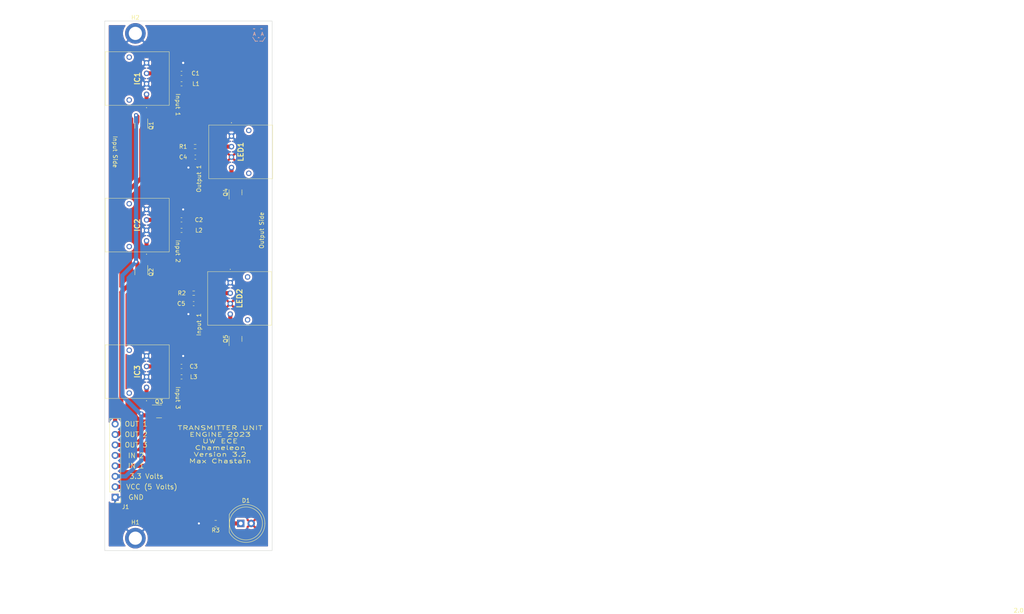
<source format=kicad_pcb>
(kicad_pcb (version 20211014) (generator pcbnew)
  (layers (0 "F.Cu" signal) (31 "B.Cu" signal) (34 "B.Paste" user) (35 "F.Paste" user) (36 "B.SilkS" user "B.Silkscreen") (37 "F.SilkS" user "F.Silkscreen") (38 "B.Mask" user) (39 "F.Mask" user) (44 "Edge.Cuts" user))
  (net 0 "")
  (net 1 "Net-(C1-Pad1)")
  (net 2 "GND")
  (net 3 "Net-(C2-Pad1)")
  (net 4 "Net-(C3-Pad1)")
  (net 5 "Net-(LED1-Pad2)")
  (net 6 "Net-(LED2-Pad2)")
  (net 7 "VCC")
  (net 8 "Net-(D1-Pad1)")
  (net 13 "Net-(IC1-Pad1)")
  (net 14 "Net-(IC2-Pad1)")
  (net 15 "Net-(IC3-Pad1)")
  (net 16 "+3.3V")
  (net 17 "/IN 1")
  (net 18 "/IN 2")
  (net 19 "/OUT 3")
  (net 20 "/OUT 2")
  (net 21 "/OUT 1")
  (net 22 "Net-(LED1-Pad4)")
  (net 23 "Net-(LED2-Pad4)")
  (footprint "Resistor_SMD:R_0603_1608Metric_Pad0.98x0.95mm_HandSolder" (layer "F.Cu") (at 71.9475 80.48)
    (fp_text reference "R1" (at -2.8975 0) (layer "F.SilkS"))
    (fp_text value "5.6k")
    (fp_line (start -0.254724 0.5225) (end 0.254724 0.5225) (layer "F.SilkS") (width 0.12))
    (fp_line (start -0.254724 -0.5225) (end 0.254724 -0.5225) (layer "F.SilkS") (width 0.12))
    (pad "1" smd roundrect (at -0.9125 0) (size 0.975 0.95) (layers "F.Cu" "F.Paste" "F.Mask") (net 7 "VCC"))
    (pad "2" smd roundrect (at 0.9125 0) (size 0.975 0.95) (layers "F.Cu" "F.Paste" "F.Mask") (net 5 "Net-(LED1-Pad2)"))
  )
  (footprint "Connector_PinHeader_2.54mm:PinHeader_1x08_P2.54mm_Vertical" (layer "F.Cu") (at 52.54 165.57 180)
    (fp_text reference "J1" (at -2.54 -2.33) (layer "F.SilkS"))
    (fp_text value "Conn_01x08_Male")
    (fp_line (start -1.33 0) (end -1.33 -1.33) (layer "F.SilkS") (width 0.12))
    (fp_line (start -1.33 1.27) (end 1.33 1.27) (layer "F.SilkS") (width 0.12))
    (fp_line (start 1.33 1.27) (end 1.33 19.11) (layer "F.SilkS") (width 0.12))
    (fp_line (start -1.33 -1.33) (end 0 -1.33) (layer "F.SilkS") (width 0.12))
    (fp_line (start -1.33 19.11) (end 1.33 19.11) (layer "F.SilkS") (width 0.12))
    (fp_line (start -1.33 1.27) (end -1.33 19.11) (layer "F.SilkS") (width 0.12))
    (pad "1" thru_hole rect (at 0 0 180) (size 1.7 1.7) (drill 1) (layers *.Cu *.Mask) (net 2 "GND"))
    (pad "2" thru_hole oval (at 0 2.54 180) (size 1.7 1.7) (drill 1) (layers *.Cu *.Mask) (net 7 "VCC"))
    (pad "3" thru_hole oval (at 0 5.08 180) (size 1.7 1.7) (drill 1) (layers *.Cu *.Mask) (net 16 "+3.3V"))
    (pad "4" thru_hole oval (at 0 7.62 180) (size 1.7 1.7) (drill 1) (layers *.Cu *.Mask) (net 17 "/IN 1"))
    (pad "5" thru_hole oval (at 0 10.16 180) (size 1.7 1.7) (drill 1) (layers *.Cu *.Mask) (net 18 "/IN 2"))
    (pad "6" thru_hole oval (at 0 12.7 180) (size 1.7 1.7) (drill 1) (layers *.Cu *.Mask) (net 19 "/OUT 3"))
    (pad "7" thru_hole oval (at 0 15.24 180) (size 1.7 1.7) (drill 1) (layers *.Cu *.Mask) (net 20 "/OUT 2"))
    (pad "8" thru_hole oval (at 0 17.78 180) (size 1.7 1.7) (drill 1) (layers *.Cu *.Mask) (net 21 "/OUT 1"))
  )
  (footprint "Capacitor_SMD:C_0603_1608Metric_Pad1.08x0.95mm_HandSolder" (layer "F.Cu") (at 71.59 118.58)
    (fp_text reference "C5" (at -3.01 0) (layer "F.SilkS"))
    (fp_text value "0.1u")
    (fp_line (start -0.146267 -0.51) (end 0.146267 -0.51) (layer "F.SilkS") (width 0.12))
    (fp_line (start -0.146267 0.51) (end 0.146267 0.51) (layer "F.SilkS") (width 0.12))
    (pad "1" smd roundrect (at -0.8625 0) (size 1.075 0.95) (layers "F.Cu" "F.Paste" "F.Mask") (net 2 "GND"))
    (pad "2" smd roundrect (at 0.8625 0) (size 1.075 0.95) (layers "F.Cu" "F.Paste" "F.Mask") (net 7 "VCC"))
  )
  (footprint "Inductor_SMD:L_0603_1608Metric_Pad1.05x0.95mm_HandSolder" (layer "F.Cu") (at 68.655 65.24 180)
    (fp_text reference "L1" (at -3.485 0) (layer "F.SilkS"))
    (fp_text value "47u")
    (fp_line (start -0.171267 0.51) (end 0.171267 0.51) (layer "F.SilkS") (width 0.12))
    (fp_line (start -0.171267 -0.51) (end 0.171267 -0.51) (layer "F.SilkS") (width 0.12))
    (pad "1" smd roundrect (at -0.875 0 180) (size 1.05 0.95) (layers "F.Cu" "F.Paste" "F.Mask") (net 7 "VCC"))
    (pad "2" smd roundrect (at 0.875 0 180) (size 1.05 0.95) (layers "F.Cu" "F.Paste" "F.Mask") (net 1 "Net-(C1-Pad1)"))
  )
  (footprint "TOTX and TORX:TOTX1950AF" (layer "F.Cu") (at 80.77 85.56 -90)
    (fp_text reference "LED1" (at -3.81 -2.25 90) (layer "F.SilkS") (effects (font (size 1.27 1.27) (thickness 0.254))))
    (fp_text value "TOTX1950A_F_" hide)
    (fp_line (start -10.92 0) (end -10.92 0) (layer "F.SilkS") (width 0.1))
    (fp_line (start -10.31 5.5) (end -10.31 -10) (layer "F.SilkS") (width 0.1))
    (fp_line (start -10.82 0) (end -10.82 0) (layer "F.SilkS") (width 0.1))
    (fp_line (start 2.69 -10) (end 2.69 5.5) (layer "F.SilkS") (width 0.1))
    (fp_line (start 2.69 5.5) (end -10.31 5.5) (layer "F.SilkS") (width 0.1))
    (fp_line (start -10.31 -10) (end 2.69 -10) (layer "F.SilkS") (width 0.1))
    (fp_arc (start -10.92 0) (mid -10.87 -0.05) (end -10.82 0) (layer "F.SilkS") (width 0.1))
    (fp_arc (start -10.82 0) (mid -10.87 0.05) (end -10.92 0) (layer "F.SilkS") (width 0.1))
    (pad "1" thru_hole circle (at -7.62 0 270) (size 1.303 1.303) (drill 0.76) (layers *.Cu *.Mask) (net 2 "GND"))
    (pad "2" thru_hole circle (at -5.08 0 270) (size 1.303 1.303) (drill 0.76) (layers *.Cu *.Mask) (net 5 "Net-(LED1-Pad2)"))
    (pad "3" thru_hole circle (at -2.54 0 270) (size 1.303 1.303) (drill 0.76) (layers *.Cu *.Mask) (net 7 "VCC"))
    (pad "4" thru_hole circle (at 0 0 270) (size 1.303 1.303) (drill 0.76) (layers *.Cu *.Mask) (net 22 "Net-(LED1-Pad4)"))
    (pad "5" thru_hole circle (at 1.39 -4.2 270) (size 1.3 1.3) (drill 0.8) (layers *.Cu *.Mask))
    (pad "6" thru_hole circle (at -9.01 -4.2 270) (size 1.3 1.3) (drill 0.8) (layers *.Cu *.Mask))
  )
  (footprint "Package_TO_SOT_SMD:SOT-23" (layer "F.Cu") (at 58.89 75.4 -90)
    (fp_text reference "Q1" (at 0 -2.4 90) (layer "F.SilkS"))
    (fp_text value "BSS138")
    (fp_line (start 0 -1.56) (end 0.65 -1.56) (layer "F.SilkS") (width 0.12))
    (fp_line (start 0 -1.56) (end -1.675 -1.56) (layer "F.SilkS") (width 0.12))
    (fp_line (start 0 1.56) (end 0.65 1.56) (layer "F.SilkS") (width 0.12))
    (fp_line (start 0 1.56) (end -0.65 1.56) (layer "F.SilkS") (width 0.12))
    (pad "1" smd roundrect (at -0.9375 -0.95 270) (size 1.475 0.6) (layers "F.Cu" "F.Paste" "F.Mask") (net 13 "Net-(IC1-Pad1)"))
    (pad "2" smd roundrect (at -0.9375 0.95 270) (size 1.475 0.6) (layers "F.Cu" "F.Paste" "F.Mask") (net 16 "+3.3V"))
    (pad "3" smd roundrect (at 0.9375 0 270) (size 1.475 0.6) (layers "F.Cu" "F.Paste" "F.Mask") (net 21 "/OUT 1"))
  )
  (footprint "TOTX and TORX:TORX1950AF" (layer "F.Cu") (at 60.16 67.78 90)
    (fp_text reference "IC1" (at 3.81 -2.25 90) (layer "F.SilkS") (effects (font (size 1.27 1.27) (thickness 0.254))))
    (fp_text value "TORX1950A_F_" hide)
    (fp_line (start -2.69 -10) (end 10.31 -10) (layer "F.SilkS") (width 0.1))
    (fp_line (start -2.69 5.5) (end -2.69 -10) (layer "F.SilkS") (width 0.1))
    (fp_line (start -3.3 0) (end -3.3 0) (layer "F.SilkS") (width 0.1))
    (fp_line (start -3.2 0) (end -3.2 0) (layer "F.SilkS") (width 0.1))
    (fp_line (start 10.31 5.5) (end -2.69 5.5) (layer "F.SilkS") (width 0.1))
    (fp_line (start 10.31 -10) (end 10.31 5.5) (layer "F.SilkS") (width 0.1))
    (fp_arc (start -3.2 0) (mid -3.25 0.05) (end -3.3 0) (layer "F.SilkS") (width 0.1))
    (fp_arc (start -3.3 0) (mid -3.25 -0.05) (end -3.2 0) (layer "F.SilkS") (width 0.1))
    (pad "1" thru_hole circle (at 0 0 90) (size 1.303 1.303) (drill 0.76) (layers *.Cu *.Mask) (net 13 "Net-(IC1-Pad1)"))
    (pad "2" thru_hole circle (at 2.54 0 90) (size 1.303 1.303) (drill 0.76) (layers *.Cu *.Mask) (net 2 "GND"))
    (pad "3" thru_hole circle (at 5.08 0 90) (size 1.303 1.303) (drill 0.76) (layers *.Cu *.Mask) (net 1 "Net-(C1-Pad1)"))
    (pad "4" thru_hole circle (at 7.62 0 90) (size 1.303 1.303) (drill 0.76) (layers *.Cu *.Mask) (net 2 "GND"))
    (pad "5" thru_hole circle (at 9.01 -4.2 90) (size 1.3 1.3) (drill 0.8) (layers *.Cu *.Mask))
    (pad "6" thru_hole circle (at -1.39 -4.2 90) (size 1.3 1.3) (drill 0.8) (layers *.Cu *.Mask))
  )
  (footprint "Resistor_SMD:R_0603_1608Metric_Pad0.98x0.95mm_HandSolder" (layer "F.Cu") (at 71.61 116.04)
    (fp_text reference "R2" (at -2.8975 0) (layer "F.SilkS"))
    (fp_text value "5.6k")
    (fp_line (start -0.254724 0.5225) (end 0.254724 0.5225) (layer "F.SilkS") (width 0.12))
    (fp_line (start -0.254724 -0.5225) (end 0.254724 -0.5225) (layer "F.SilkS") (width 0.12))
    (pad "1" smd roundrect (at -0.9125 0) (size 0.975 0.95) (layers "F.Cu" "F.Paste" "F.Mask") (net 7 "VCC"))
    (pad "2" smd roundrect (at 0.9125 0) (size 0.975 0.95) (layers "F.Cu" "F.Paste" "F.Mask") (net 6 "Net-(LED2-Pad2)"))
  )
  (footprint "Capacitor_SMD:C_0603_1608Metric_Pad1.08x0.95mm_HandSolder" (layer "F.Cu") (at 71.9975 83.02)
    (fp_text reference "C4" (at -2.9475 0) (layer "F.SilkS"))
    (fp_text value "0.1u")
    (fp_line (start -0.146267 0.51) (end 0.146267 0.51) (layer "F.SilkS") (width 0.12))
    (fp_line (start -0.146267 -0.51) (end 0.146267 -0.51) (layer "F.SilkS") (width 0.12))
    (pad "1" smd roundrect (at -0.8625 0) (size 1.075 0.95) (layers "F.Cu" "F.Paste" "F.Mask") (net 2 "GND"))
    (pad "2" smd roundrect (at 0.8625 0) (size 1.075 0.95) (layers "F.Cu" "F.Paste" "F.Mask") (net 7 "VCC"))
  )
  (footprint "Resistor_SMD:R_0805_2012Metric_Pad1.20x1.40mm_HandSolder" (layer "F.Cu") (at 76.94 171.92 180)
    (fp_text reference "R3" (at 0 -1.65) (layer "F.SilkS"))
    (fp_text value "10k")
    (fp_line (start -0.227064 0.735) (end 0.227064 0.735) (layer "F.SilkS") (width 0.12))
    (fp_line (start -0.227064 -0.735) (end 0.227064 -0.735) (layer "F.SilkS") (width 0.12))
    (pad "1" smd roundrect (at -1 0 180) (size 1.2 1.4) (layers "F.Cu" "F.Paste" "F.Mask") (roundrect_rratio 0.208333) (net 8 "Net-(D1-Pad1)"))
    (pad "2" smd roundrect (at 1 0 180) (size 1.2 1.4) (layers "F.Cu" "F.Paste" "F.Mask") (roundrect_rratio 0.208333) (net 2 "GND"))
  )
  (footprint "Capacitor_SMD:C_0603_1608Metric_Pad1.08x0.95mm_HandSolder" (layer "F.Cu") (at 68.6425 98.26)
    (fp_text reference "C2" (at 4.2175 0) (layer "F.SilkS"))
    (fp_text value "0.1u")
    (fp_line (start -0.146267 0.51) (end 0.146267 0.51) (layer "F.SilkS") (width 0.12))
    (fp_line (start -0.146267 -0.51) (end 0.146267 -0.51) (layer "F.SilkS") (width 0.12))
    (pad "1" smd roundrect (at -0.8625 0) (size 1.075 0.95) (layers "F.Cu" "F.Paste" "F.Mask") (net 3 "Net-(C2-Pad1)"))
    (pad "2" smd roundrect (at 0.8625 0) (size 1.075 0.95) (layers "F.Cu" "F.Paste" "F.Mask") (net 2 "GND"))
  )
  (footprint "Inductor_SMD:L_0603_1608Metric_Pad1.05x0.95mm_HandSolder" (layer "F.Cu") (at 68.655 136.36 180)
    (fp_text reference "L3" (at -2.935 0) (layer "F.SilkS"))
    (fp_text value "47u")
    (fp_line (start -0.171267 0.51) (end 0.171267 0.51) (layer "F.SilkS") (width 0.12))
    (fp_line (start -0.171267 -0.51) (end 0.171267 -0.51) (layer "F.SilkS") (width 0.12))
    (pad "1" smd roundrect (at -0.875 0 180) (size 1.05 0.95) (layers "F.Cu" "F.Paste" "F.Mask") (net 7 "VCC"))
    (pad "2" smd roundrect (at 0.875 0 180) (size 1.05 0.95) (layers "F.Cu" "F.Paste" "F.Mask") (net 4 "Net-(C3-Pad1)"))
  )
  (footprint "TOTX and TORX:TORX1950AF" (layer "F.Cu") (at 60.16 138.9 90)
    (fp_text reference "IC3" (at 3.81 -2.25 90) (layer "F.SilkS") (effects (font (size 1.27 1.27) (thickness 0.254))))
    (fp_text value "TORX1950A_F_" hide)
    (fp_line (start -3.2 0) (end -3.2 0) (layer "F.SilkS") (width 0.1))
    (fp_line (start -2.69 5.5) (end -2.69 -10) (layer "F.SilkS") (width 0.1))
    (fp_line (start -3.3 0) (end -3.3 0) (layer "F.SilkS") (width 0.1))
    (fp_line (start 10.31 5.5) (end -2.69 5.5) (layer "F.SilkS") (width 0.1))
    (fp_line (start 10.31 -10) (end 10.31 5.5) (layer "F.SilkS") (width 0.1))
    (fp_line (start -2.69 -10) (end 10.31 -10) (layer "F.SilkS") (width 0.1))
    (fp_arc (start -3.2 0) (mid -3.25 0.05) (end -3.3 0) (layer "F.SilkS") (width 0.1))
    (fp_arc (start -3.3 0) (mid -3.25 -0.05) (end -3.2 0) (layer "F.SilkS") (width 0.1))
    (pad "1" thru_hole circle (at 0 0 90) (size 1.303 1.303) (drill 0.76) (layers *.Cu *.Mask) (net 15 "Net-(IC3-Pad1)"))
    (pad "2" thru_hole circle (at 2.54 0 90) (size 1.303 1.303) (drill 0.76) (layers *.Cu *.Mask) (net 2 "GND"))
    (pad "3" thru_hole circle (at 5.08 0 90) (size 1.303 1.303) (drill 0.76) (layers *.Cu *.Mask) (net 4 "Net-(C3-Pad1)"))
    (pad "4" thru_hole circle (at 7.62 0 90) (size 1.303 1.303) (drill 0.76) (layers *.Cu *.Mask) (net 2 "GND"))
    (pad "5" thru_hole circle (at 9.01 -4.2 90) (size 1.3 1.3) (drill 0.8) (layers *.Cu *.Mask))
    (pad "6" thru_hole circle (at -1.39 -4.2 90) (size 1.3 1.3) (drill 0.8) (layers *.Cu *.Mask))
  )
  (footprint "TOTX and TORX:TOTX1950AF" (layer "F.Cu") (at 80.48 121.12 -90)
    (fp_text reference "LED2" (at -3.81 -2.25 90) (layer "F.SilkS") (effects (font (size 1.27 1.27) (thickness 0.254))))
    (fp_text value "TOTX1950A_F_" hide)
    (fp_line (start 2.69 -10) (end 2.69 5.5) (layer "F.SilkS") (width 0.1))
    (fp_line (start -10.31 5.5) (end -10.31 -10) (layer "F.SilkS") (width 0.1))
    (fp_line (start -10.82 0) (end -10.82 0) (layer "F.SilkS") (width 0.1))
    (fp_line (start 2.69 5.5) (end -10.31 5.5) (layer "F.SilkS") (width 0.1))
    (fp_line (start -10.31 -10) (end 2.69 -10) (layer "F.SilkS") (width 0.1))
    (fp_line (start -10.92 0) (end -10.92 0) (layer "F.SilkS") (width 0.1))
    (fp_arc (start -10.82 0) (mid -10.87 0.05) (end -10.92 0) (layer "F.SilkS") (width 0.1))
    (fp_arc (start -10.92 0) (mid -10.87 -0.05) (end -10.82 0) (layer "F.SilkS") (width 0.1))
    (pad "1" thru_hole circle (at -7.62 0 270) (size 1.303 1.303) (drill 0.76) (layers *.Cu *.Mask) (net 2 "GND"))
    (pad "2" thru_hole circle (at -5.08 0 270) (size 1.303 1.303) (drill 0.76) (layers *.Cu *.Mask) (net 6 "Net-(LED2-Pad2)"))
    (pad "3" thru_hole circle (at -2.54 0 270) (size 1.303 1.303) (drill 0.76) (layers *.Cu *.Mask) (net 7 "VCC"))
    (pad "4" thru_hole circle (at 0 0 270) (size 1.303 1.303) (drill 0.76) (layers *.Cu *.Mask) (net 23 "Net-(LED2-Pad4)"))
    (pad "5" thru_hole circle (at 1.39 -4.2 270) (size 1.3 1.3) (drill 0.8) (layers *.Cu *.Mask))
    (pad "6" thru_hole circle (at -9.01 -4.2 270) (size 1.3 1.3) (drill 0.8) (layers *.Cu *.Mask))
  )
  (footprint "TOTX and TORX:TORX1950AF" (layer "F.Cu") (at 60.16 103.34 90)
    (fp_text reference "IC2" (at 3.81 -2.25 90) (layer "F.SilkS") (effects (font (size 1.27 1.27) (thickness 0.254))))
    (fp_text value "TORX1950A_F_" hide)
    (fp_line (start 10.31 5.5) (end -2.69 5.5) (layer "F.SilkS") (width 0.1))
    (fp_line (start 10.31 -10) (end 10.31 5.5) (layer "F.SilkS") (width 0.1))
    (fp_line (start -3.2 0) (end -3.2 0) (layer "F.SilkS") (width 0.1))
    (fp_line (start -2.69 5.5) (end -2.69 -10) (layer "F.SilkS") (width 0.1))
    (fp_line (start -2.69 -10) (end 10.31 -10) (layer "F.SilkS") (width 0.1))
    (fp_line (start -3.3 0) (end -3.3 0) (layer "F.SilkS") (width 0.1))
    (fp_arc (start -3.2 0) (mid -3.25 0.05) (end -3.3 0) (layer "F.SilkS") (width 0.1))
    (fp_arc (start -3.3 0) (mid -3.25 -0.05) (end -3.2 0) (layer "F.SilkS") (width 0.1))
    (pad "1" thru_hole circle (at 0 0 90) (size 1.303 1.303) (drill 0.76) (layers *.Cu *.Mask) (net 14 "Net-(IC2-Pad1)"))
    (pad "2" thru_hole circle (at 2.54 0 90) (size 1.303 1.303) (drill 0.76) (layers *.Cu *.Mask) (net 2 "GND"))
    (pad "3" thru_hole circle (at 5.08 0 90) (size 1.303 1.303) (drill 0.76) (layers *.Cu *.Mask) (net 3 "Net-(C2-Pad1)"))
    (pad "4" thru_hole circle (at 7.62 0 90) (size 1.303 1.303) (drill 0.76) (layers *.Cu *.Mask) (net 2 "GND"))
    (pad "5" thru_hole circle (at 9.01 -4.2 90) (size 1.3 1.3) (drill 0.8) (layers *.Cu *.Mask))
    (pad "6" thru_hole circle (at -1.39 -4.2 90) (size 1.3 1.3) (drill 0.8) (layers *.Cu *.Mask))
  )
  (footprint "MountingHole:MountingHole_3.2mm_M3_ISO7380_Pad" (layer "F.Cu") (at 57.45 53)
    (fp_text reference "H2" (at 0 -3.85) (layer "F.SilkS"))
    (fp_text value "MountingHole_Pad")
    (pad "1" thru_hole circle (at 0 0) (size 5 5) (drill 3.2) (layers *.Cu *.Mask) (net 2 "GND"))
  )
  (footprint "Package_TO_SOT_SMD:SOT-23" (layer "F.Cu") (at 63.195 144.7375)
    (fp_text reference "Q3" (at 0 -2.4) (layer "F.SilkS"))
    (fp_text value "BSS138")
    (fp_line (start 0 -1.56) (end 0.65 -1.56) (layer "F.SilkS") (width 0.12))
    (fp_line (start 0 1.56) (end -0.65 1.56) (layer "F.SilkS") (width 0.12))
    (fp_line (start 0 1.56) (end 0.65 1.56) (layer "F.SilkS") (width 0.12))
    (fp_line (start 0 -1.56) (end -1.675 -1.56) (layer "F.SilkS") (width 0.12))
    (pad "1" smd roundrect (at -0.9375 -0.95) (size 1.475 0.6) (layers "F.Cu" "F.Paste" "F.Mask") (net 15 "Net-(IC3-Pad1)"))
    (pad "2" smd roundrect (at -0.9375 0.95) (size 1.475 0.6) (layers "F.Cu" "F.Paste" "F.Mask") (net 16 "+3.3V"))
    (pad "3" smd roundrect (at 0.9375 0) (size 1.475 0.6) (layers "F.Cu" "F.Paste" "F.Mask") (net 19 "/OUT 3"))
  )
  (footprint "Capacitor_SMD:C_0603_1608Metric_Pad1.08x0.95mm_HandSolder" (layer "F.Cu") (at 68.6425 62.7)
    (fp_text reference "C1" (at 3.4025 0) (layer "F.SilkS"))
    (fp_text value "0.1u")
    (fp_line (start -0.146267 -0.51) (end 0.146267 -0.51) (layer "F.SilkS") (width 0.12))
    (fp_line (start -0.146267 0.51) (end 0.146267 0.51) (layer "F.SilkS") (width 0.12))
    (pad "1" smd roundrect (at -0.8625 0) (size 1.075 0.95) (layers "F.Cu" "F.Paste" "F.Mask") (net 1 "Net-(C1-Pad1)"))
    (pad "2" smd roundrect (at 0.8625 0) (size 1.075 0.95) (layers "F.Cu" "F.Paste" "F.Mask") (net 2 "GND"))
  )
  (footprint "LED_THT:LED_D8.0mm" (layer "F.Cu") (at 83.02 171.92)
    (fp_text reference "D1" (at 1.27 -5.56) (layer "F.SilkS"))
    (fp_text value "LED")
    (fp_line (start -2.79 -2.142) (end -2.79 2.142) (layer "F.SilkS") (width 0.12))
    (fp_arc (start -2.79 -2.141145) (mid 2.373119 -4.455472) (end 5.86 0.000486) (layer "F.SilkS") (width 0.12))
    (fp_arc (start 5.86 -0.000486) (mid 2.373119 4.455472) (end -2.79 2.141145) (layer "F.SilkS") (width 0.12))
    (fp_circle (center 1.27 0) (end 5.27 0) (layer "F.SilkS") (width 0.12) (fill none))
    (pad "1" thru_hole rect (at 0 0) (size 1.8 1.8) (drill 0.9) (layers *.Cu *.Mask) (net 8 "Net-(D1-Pad1)"))
    (pad "2" thru_hole circle (at 2.54 0) (size 1.8 1.8) (drill 0.9) (layers *.Cu *.Mask) (net 7 "VCC"))
  )
  (footprint "MountingHole:MountingHole_3.2mm_M3_ISO7380_Pad" (layer "F.Cu") (at 57.45 175.5)
    (fp_text reference "H1" (at 0 -3.85) (layer "F.SilkS"))
    (fp_text value "MountingHole_Pad")
    (pad "1" thru_hole circle (at 0 0) (size 5 5) (drill 3.2) (layers *.Cu *.Mask) (net 2 "GND"))
  )
  (footprint "Package_TO_SOT_SMD:SOT-23" (layer "F.Cu") (at 81.75 91.5775 90)
    (fp_text reference "Q4" (at 0 -2.4 90) (layer "F.SilkS"))
    (fp_text value "BSS138")
    (fp_line (start 0 -1.56) (end 0.65 -1.56) (layer "F.SilkS") (width 0.12))
    (fp_line (start 0 1.56) (end 0.65 1.56) (layer "F.SilkS") (width 0.12))
    (fp_line (start 0 -1.56) (end -1.675 -1.56) (layer "F.SilkS") (width 0.12))
    (fp_line (start 0 1.56) (end -0.65 1.56) (layer "F.SilkS") (width 0.12))
    (pad "1" smd roundrect (at -0.9375 -0.95 90) (size 1.475 0.6) (layers "F.Cu" "F.Paste" "F.Mask") (net 17 "/IN 1"))
    (pad "2" smd roundrect (at -0.9375 0.95 90) (size 1.475 0.6) (layers "F.Cu" "F.Paste" "F.Mask") (net 7 "VCC"))
    (pad "3" smd roundrect (at 0.9375 0 90) (size 1.475 0.6) (layers "F.Cu" "F.Paste" "F.Mask") (net 22 "Net-(LED1-Pad4)"))
  )
  (footprint "Inductor_SMD:L_0603_1608Metric_Pad1.05x0.95mm_HandSolder" (layer "F.Cu") (at 68.655 100.8 180)
    (fp_text reference "L2" (at -4.205 0) (layer "F.SilkS"))
    (fp_text value "47u")
    (fp_line (start -0.171267 -0.51) (end 0.171267 -0.51) (layer "F.SilkS") (width 0.12))
    (fp_line (start -0.171267 0.51) (end 0.171267 0.51) (layer "F.SilkS") (width 0.12))
    (pad "1" smd roundrect (at -0.875 0 180) (size 1.05 0.95) (layers "F.Cu" "F.Paste" "F.Mask") (net 7 "VCC"))
    (pad "2" smd roundrect (at 0.875 0 180) (size 1.05 0.95) (layers "F.Cu" "F.Paste" "F.Mask") (net 3 "Net-(C2-Pad1)"))
  )
  (footprint "Package_TO_SOT_SMD:SOT-23" (layer "F.Cu") (at 58.89 110.96 -90)
    (fp_text reference "Q2" (at 0 -2.4 90) (layer "F.SilkS"))
    (fp_text value "BSS138")
    (fp_line (start 0 -1.56) (end 0.65 -1.56) (layer "F.SilkS") (width 0.12))
    (fp_line (start 0 1.56) (end -0.65 1.56) (layer "F.SilkS") (width 0.12))
    (fp_line (start 0 -1.56) (end -1.675 -1.56) (layer "F.SilkS") (width 0.12))
    (fp_line (start 0 1.56) (end 0.65 1.56) (layer "F.SilkS") (width 0.12))
    (pad "1" smd roundrect (at -0.9375 -0.95 270) (size 1.475 0.6) (layers "F.Cu" "F.Paste" "F.Mask") (net 14 "Net-(IC2-Pad1)"))
    (pad "2" smd roundrect (at -0.9375 0.95 270) (size 1.475 0.6) (layers "F.Cu" "F.Paste" "F.Mask") (net 16 "+3.3V"))
    (pad "3" smd roundrect (at 0.9375 0 270) (size 1.475 0.6) (layers "F.Cu" "F.Paste" "F.Mask") (net 20 "/OUT 2"))
  )
  (footprint "Capacitor_SMD:C_0603_1608Metric_Pad1.08x0.95mm_HandSolder" (layer "F.Cu") (at 68.6425 133.82)
    (fp_text reference "C3" (at 2.9475 0) (layer "F.SilkS"))
    (fp_text value "0.1u")
    (fp_line (start -0.146267 -0.51) (end 0.146267 -0.51) (layer "F.SilkS") (width 0.12))
    (fp_line (start -0.146267 0.51) (end 0.146267 0.51) (layer "F.SilkS") (width 0.12))
    (pad "1" smd roundrect (at -0.8625 0) (size 1.075 0.95) (layers "F.Cu" "F.Paste" "F.Mask") (net 4 "Net-(C3-Pad1)"))
    (pad "2" smd roundrect (at 0.8625 0) (size 1.075 0.95) (layers "F.Cu" "F.Paste" "F.Mask") (net 2 "GND"))
  )
  (footprint "Package_TO_SOT_SMD:SOT-23" (layer "F.Cu") (at 81.75 127.1375 90)
    (fp_text reference "Q5" (at 0 -2.4 90) (layer "F.SilkS"))
    (fp_text value "BSS138")
    (fp_line (start 0 1.56) (end -0.65 1.56) (layer "F.SilkS") (width 0.12))
    (fp_line (start 0 1.56) (end 0.65 1.56) (layer "F.SilkS") (width 0.12))
    (fp_line (start 0 -1.56) (end 0.65 -1.56) (layer "F.SilkS") (width 0.12))
    (fp_line (start 0 -1.56) (end -1.675 -1.56) (layer "F.SilkS") (width 0.12))
    (pad "1" smd roundrect (at -0.9375 -0.95 90) (size 1.475 0.6) (layers "F.Cu" "F.Paste" "F.Mask") (net 18 "/IN 2"))
    (pad "2" smd roundrect (at -0.9375 0.95 90) (size 1.475 0.6) (layers "F.Cu" "F.Paste" "F.Mask") (net 7 "VCC"))
    (pad "3" smd roundrect (at 0.9375 0 90) (size 1.475 0.6) (layers "F.Cu" "F.Paste" "F.Mask") (net 23 "Net-(LED2-Pad4)"))
  )
  (gr_rect (start 50 50) (end 90.64 178.5) (layer "Edge.Cuts") (width 0.1) (fill none))
  (gr_text "    ~  ~\n    A  A\n    \\_^_/" (at 83.46 53.16) (layer "B.SilkS") (effects (font (size 0.8 0.8)) (justify left)))
  (gr_text "Input 2" (at 67.78 105.88 270) (layer "F.SilkS") (effects (font (size 1 1))))
  (gr_text "Input 3" (at 67.78 141.44 270) (layer "F.SilkS") (effects (font (size 1 1))))
  (gr_text "VCC (5 Volts)" (at 61.43 163.03) (layer "F.SilkS") (effects (font (size 1.2 1.2))))
  (gr_text "TRANSMITTER UNIT\nENGINE 2023\nUW ECE\nChameleon\nVersion 3.2\nMax Chastain" (at 78.02 152.76) (layer "F.SilkS") (effects (font (size 1 1.5))))
  (gr_text "IN 1" (at 57.62 157.95) (layer "F.SilkS") (effects (font (size 1.2 1.2))))
  (gr_text "Input 1" (at 67.78 70.32 270) (layer "F.SilkS") (effects (font (size 1 1))))
  (gr_text "3.3 Volts" (at 60.16 160.49) (layer "F.SilkS") (effects (font (size 1.2 1.2))))
  (gr_text "Input 1" (at 72.86 123.66 90) (layer "F.SilkS") (effects (font (size 1 1))))
  (gr_text "OUT 1" (at 57.62 147.79) (layer "F.SilkS") (effects (font (size 1.2 1.2))))
  (gr_text "GND" (at 57.62 165.57) (layer "F.SilkS") (effects (font (size 1.2 1.2))))
  (gr_text "OUT 2" (at 57.62 150.33) (layer "F.SilkS") (effects (font (size 1.2 1.2))))
  (gr_text "Output 1" (at 72.86 88.25 90) (layer "F.SilkS") (effects (font (size 1 1))))
  (gr_text "2.0" (at 271.78 193.04) (layer "F.SilkS") (effects (font (size 1 1))))
  (gr_text "Output Side" (at 88.1 100.8 90) (layer "F.SilkS") (effects (font (size 1 1))))
  (gr_text "IN 2" (at 57.62 155.4636) (layer "F.SilkS") (effects (font (size 1.2 1.2))))
  (gr_text "OUT 3" (at 57.62 152.87) (layer "F.SilkS") (effects (font (size 1.2 1.2))))
  (gr_text "Input Side" (at 52.54 81.75 270) (layer "F.SilkS") (effects (font (size 1 1))))
  (segment (start 67.78 65.24) (end 65.24 62.7) (width 1) (layer "F.Cu") (net 1))
  (segment (start 65.24 62.7) (end 60.16 62.7) (width 1) (layer "F.Cu") (net 1))
  (segment (start 67.78 62.7) (end 65.24 62.7) (width 1) (layer "F.Cu") (net 1))
  (segment (start 69.505 131.735) (end 69.05 131.28) (width 1) (layer "F.Cu") (net 2))
  (segment (start 69.505 98.26) (end 69.505 96.175) (width 1) (layer "F.Cu") (net 2))
  (segment (start 70.7275 120.7125) (end 70.32 121.12) (width 1) (layer "F.Cu") (net 2))
  (segment (start 69.505 62.7) (end 69.505 60.615) (width 1) (layer "F.Cu") (net 2))
  (segment (start 71.135 83.02) (end 71.135 84.745) (width 1) (layer "F.Cu") (net 2))
  (segment (start 69.505 60.615) (end 69.05 60.16) (width 1) (layer "F.Cu") (net 2))
  (segment (start 75.94 171.92) (end 72.86 171.92) (width 1) (layer "F.Cu") (net 2))
  (segment (start 71.135 84.745) (end 70.32 85.56) (width 1) (layer "F.Cu") (net 2))
  (segment (start 70.7275 118.58) (end 70.7275 120.7125) (width 1) (layer "F.Cu") (net 2))
  (segment (start 69.505 133.82) (end 69.505 131.735) (width 1) (layer "F.Cu") (net 2))
  (segment (start 69.505 96.175) (end 69.05 95.72) (width 1) (layer "F.Cu") (net 2))
  (via (at 69.05 60.16) (size 1) (drill 0.5) (layers "F.Cu" "B.Cu") (net 2))
  (via (at 70.32 85.56) (size 1) (drill 0.5) (layers "F.Cu" "B.Cu") (net 2))
  (via (at 69.05 60.16) (size 1) (drill 0.5) (layers "F.Cu" "B.Cu") (net 2))
  (via (at 69.05 131.28) (size 1) (drill 0.5) (layers "F.Cu" "B.Cu") (net 2))
  (via (at 72.86 171.92) (size 1) (drill 0.5) (layers "F.Cu" "B.Cu") (net 2))
  (via (at 70.32 121.12) (size 1) (drill 0.5) (layers "F.Cu" "B.Cu") (net 2))
  (via (at 69.05 95.72) (size 1) (drill 0.5) (layers "F.Cu" "B.Cu") (net 2))
  (segment (start 67.78 100.8) (end 65.24 98.26) (width 1) (layer "F.Cu") (net 3))
  (segment (start 67.78 98.26) (end 65.24 98.26) (width 1) (layer "F.Cu") (net 3))
  (segment (start 65.24 98.26) (end 60.16 98.26) (width 1) (layer "F.Cu") (net 3))
  (segment (start 67.78 133.82) (end 65.24 133.82) (width 1) (layer "F.Cu") (net 4))
  (segment (start 67.78 136.36) (end 65.24 133.82) (width 1) (layer "F.Cu") (net 4))
  (segment (start 65.24 133.82) (end 60.16 133.82) (width 1) (layer "F.Cu") (net 4))
  (segment (start 72.86 80.48) (end 80.77 80.48) (width 1) (layer "F.Cu") (net 5))
  (segment (start 72.5225 116.04) (end 80.48 116.04) (width 1) (layer "F.Cu") (net 6))
  (segment (start 52.54 163.03) (end 53.81 163.03) (width 1) (layer "F.Cu") (net 7))
  (segment (start 77.94 171.92) (end 83.02 171.92) (width 1) (layer "F.Cu") (net 8))
  (segment (start 60.16 67.78) (end 60.16 74.1425) (width 1) (layer "F.Cu") (net 13))
  (segment (start 60.16 74.1425) (end 59.84 74.4625) (width 1) (layer "F.Cu") (net 13))
  (segment (start 60.16 109.7025) (end 59.84 110.0225) (width 1) (layer "F.Cu") (net 14))
  (segment (start 60.16 103.34) (end 60.16 109.7025) (width 1) (layer "F.Cu") (net 14))
  (segment (start 60.16 138.9) (end 60.16 141.69) (width 1) (layer "F.Cu") (net 15))
  (segment (start 60.16 141.69) (end 62.2575 143.7875) (width 1) (layer "F.Cu") (net 15))
  (segment (start 57.94 73.18) (end 57.62 72.86) (width 1) (layer "F.Cu") (net 16))
  (segment (start 57.94 108.74) (end 57.62 108.42) (width 1) (layer "F.Cu") (net 16))
  (segment (start 59.3275 145.6875) (end 58.89 145.25) (width 1) (layer "F.Cu") (net 16))
  (segment (start 57.94 74.4625) (end 57.94 73.18) (width 1) (layer "F.Cu") (net 16))
  (segment (start 62.2575 145.6875) (end 59.3275 145.6875) (width 1) (layer "F.Cu") (net 16))
  (segment (start 57.94 110.0225) (end 57.94 108.74) (width 1) (layer "F.Cu") (net 16))
  (via (at 58.89 145.25) (size 1) (drill 0.5) (layers "F.Cu" "B.Cu") (net 16))
  (via (at 57.62 108.42) (size 1) (drill 0.5) (layers "F.Cu" "B.Cu") (net 16))
  (via (at 57.62 108.42) (size 1) (drill 0.5) (layers "F.Cu" "B.Cu") (net 16))
  (via (at 57.62 72.86) (size 1) (drill 0.5) (layers "F.Cu" "B.Cu") (net 16))
  (segment (start 57.62 108.42) (end 57.62 72.86) (width 1) (layer "B.Cu") (net 16))
  (segment (start 52.54 160.49) (end 55.08 160.49) (width 1) (layer "B.Cu") (net 16))
  (segment (start 55.08 160.49) (end 58.89 156.68) (width 1) (layer "B.Cu") (net 16))
  (segment (start 58.89 156.68) (end 58.89 145.25) (width 1) (layer "B.Cu") (net 16))
  (segment (start 54.31 140.973453) (end 54.31 111.73) (width 1) (layer "B.Cu") (net 16))
  (segment (start 54.31 111.73) (end 57.62 108.42) (width 1) (layer "B.Cu") (net 16))
  (segment (start 58.586547 145.25) (end 54.31 140.973453) (width 1) (layer "B.Cu") (net 16))
  (segment (start 58.89 145.25) (end 58.586547 145.25) (width 1) (layer "B.Cu") (net 16))
  (segment (start 52.54 157.95) (end 63.74 157.95) (width 1) (layer "F.Cu") (net 17))
  (segment (start 80.8 101.12) (end 80.8 92.515) (width 1) (layer "F.Cu") (net 17))
  (segment (start 86.33 106.65) (end 80.8 101.12) (width 1) (layer "F.Cu") (net 17))
  (segment (start 63.74 157.95) (end 86.33 135.36) (width 1) (layer "F.Cu") (net 17))
  (segment (start 86.33 135.36) (end 86.33 106.65) (width 1) (layer "F.Cu") (net 17))
  (segment (start 80.8 128.075) (end 80.8 138.76868) (width 1) (layer "F.Cu") (net 18))
  (segment (start 80.8 138.76868) (end 63.11868 156.45) (width 1) (layer "F.Cu") (net 18))
  (segment (start 58.89 155.41) (end 52.54 155.41) (width 1) (layer "F.Cu") (net 18))
  (segment (start 63.11868 156.45) (end 59.93 156.45) (width 1) (layer "F.Cu") (net 18))
  (segment (start 59.93 156.45) (end 58.89 155.41) (width 1) (layer "F.Cu") (net 18))
  (segment (start 57.438846 152.87) (end 52.54 152.87) (width 1) (layer "F.Cu") (net 19))
  (segment (start 64.1325 144.7375) (end 64.1325 146.176346) (width 1) (layer "F.Cu") (net 19))
  (segment (start 64.1325 146.176346) (end 57.438846 152.87) (width 1) (layer "F.Cu") (net 19))
  (segment (start 58.89 111.8975) (end 57.9525 111.8975) (width 1) (layer "F.Cu") (net 20))
  (segment (start 54.39 149.17) (end 53.23 150.33) (width 1) (layer "F.Cu") (net 20))
  (segment (start 54.39 147.023704) (end 54.39 149.17) (width 1) (layer "F.Cu") (net 20))
  (segment (start 57.9525 111.8975) (end 54.04 115.81) (width 1) (layer "F.Cu") (net 20))
  (segment (start 54.04 146.673704) (end 54.39 147.023704) (width 1) (layer "F.Cu") (net 20))
  (segment (start 53.23 150.33) (end 52.54 150.33) (width 1) (layer "F.Cu") (net 20))
  (segment (start 54.04 115.81) (end 54.04 146.673704) (width 1) (layer "F.Cu") (net 20))
  (segment (start 52.54 94.45) (end 52.54 147.79) (width 1) (layer "F.Cu") (net 21))
  (segment (start 58.89 76.3375) (end 58.89 88.1) (width 1) (layer "F.Cu") (net 21))
  (segment (start 58.89 88.1) (end 52.54 94.45) (width 1) (layer "F.Cu") (net 21))
  (segment (start 80.77 89.66) (end 81.75 90.64) (width 1) (layer "F.Cu") (net 22))
  (segment (start 80.77 85.56) (end 80.77 89.66) (width 1) (layer "F.Cu") (net 22))
  (segment (start 80.48 121.12) (end 80.48 124.93) (width 1) (layer "F.Cu") (net 23))
  (segment (start 80.48 124.93) (end 81.75 126.2) (width 1) (layer "F.Cu") (net 23))
  (zone (net 7) (net_name "VCC") (layer "F.Cu") (connect_pads (clearance 0.508)) (min_thickness 0.254) (fill yes (thermal_gap 0.508) (thermal_bridge_width 0.508))
    (polygon (pts (xy 95.72 189.7) (xy 42.38 189.7) (xy 24.6 55.08) (xy 48.73 48.73) (xy 91.91 48.73)))
  )
  (zone (net 2) (net_name "GND") (layer "B.Cu") (connect_pads (clearance 0.508)) (min_thickness 0.254) (fill yes (thermal_gap 0.508) (thermal_bridge_width 0.508))
    (polygon (pts (xy 101.45 192) (xy 33.35 185.9) (xy 47.35 45.4) (xy 94.55 44.9)))
  )
)
</source>
